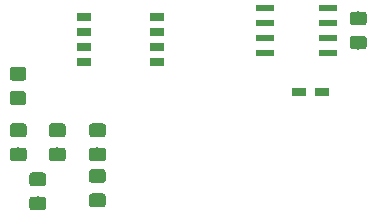
<source format=gbr>
G04 #@! TF.GenerationSoftware,KiCad,Pcbnew,(5.1.4)-1*
G04 #@! TF.CreationDate,2019-12-11T21:25:01-08:00*
G04 #@! TF.ProjectId,NANO IO,4e414e4f-2049-44f2-9e6b-696361645f70,-*
G04 #@! TF.SameCoordinates,Original*
G04 #@! TF.FileFunction,Paste,Top*
G04 #@! TF.FilePolarity,Positive*
%FSLAX46Y46*%
G04 Gerber Fmt 4.6, Leading zero omitted, Abs format (unit mm)*
G04 Created by KiCad (PCBNEW (5.1.4)-1) date 2019-12-11 21:25:01*
%MOMM*%
%LPD*%
G04 APERTURE LIST*
%ADD10R,1.200000X0.750000*%
%ADD11R,1.550000X0.600000*%
%ADD12R,1.250000X0.760000*%
%ADD13C,0.100000*%
%ADD14C,1.150000*%
G04 APERTURE END LIST*
D10*
X156271000Y-79502000D03*
X154371000Y-79502000D03*
D11*
X151445000Y-72390000D03*
X151445000Y-73660000D03*
X151445000Y-74930000D03*
X151445000Y-76200000D03*
X156845000Y-76200000D03*
X156845000Y-74930000D03*
X156845000Y-73660000D03*
X156845000Y-72390000D03*
D12*
X136149000Y-73152000D03*
X142299000Y-76962000D03*
X136149000Y-74422000D03*
X142299000Y-75692000D03*
X136149000Y-75692000D03*
X142299000Y-74422000D03*
X136149000Y-76962000D03*
X142299000Y-73152000D03*
D13*
G36*
X159859505Y-72696204D02*
G01*
X159883773Y-72699804D01*
X159907572Y-72705765D01*
X159930671Y-72714030D01*
X159952850Y-72724520D01*
X159973893Y-72737132D01*
X159993599Y-72751747D01*
X160011777Y-72768223D01*
X160028253Y-72786401D01*
X160042868Y-72806107D01*
X160055480Y-72827150D01*
X160065970Y-72849329D01*
X160074235Y-72872428D01*
X160080196Y-72896227D01*
X160083796Y-72920495D01*
X160085000Y-72944999D01*
X160085000Y-73595001D01*
X160083796Y-73619505D01*
X160080196Y-73643773D01*
X160074235Y-73667572D01*
X160065970Y-73690671D01*
X160055480Y-73712850D01*
X160042868Y-73733893D01*
X160028253Y-73753599D01*
X160011777Y-73771777D01*
X159993599Y-73788253D01*
X159973893Y-73802868D01*
X159952850Y-73815480D01*
X159930671Y-73825970D01*
X159907572Y-73834235D01*
X159883773Y-73840196D01*
X159859505Y-73843796D01*
X159835001Y-73845000D01*
X158934999Y-73845000D01*
X158910495Y-73843796D01*
X158886227Y-73840196D01*
X158862428Y-73834235D01*
X158839329Y-73825970D01*
X158817150Y-73815480D01*
X158796107Y-73802868D01*
X158776401Y-73788253D01*
X158758223Y-73771777D01*
X158741747Y-73753599D01*
X158727132Y-73733893D01*
X158714520Y-73712850D01*
X158704030Y-73690671D01*
X158695765Y-73667572D01*
X158689804Y-73643773D01*
X158686204Y-73619505D01*
X158685000Y-73595001D01*
X158685000Y-72944999D01*
X158686204Y-72920495D01*
X158689804Y-72896227D01*
X158695765Y-72872428D01*
X158704030Y-72849329D01*
X158714520Y-72827150D01*
X158727132Y-72806107D01*
X158741747Y-72786401D01*
X158758223Y-72768223D01*
X158776401Y-72751747D01*
X158796107Y-72737132D01*
X158817150Y-72724520D01*
X158839329Y-72714030D01*
X158862428Y-72705765D01*
X158886227Y-72699804D01*
X158910495Y-72696204D01*
X158934999Y-72695000D01*
X159835001Y-72695000D01*
X159859505Y-72696204D01*
X159859505Y-72696204D01*
G37*
D14*
X159385000Y-73270000D03*
D13*
G36*
X159859505Y-74746204D02*
G01*
X159883773Y-74749804D01*
X159907572Y-74755765D01*
X159930671Y-74764030D01*
X159952850Y-74774520D01*
X159973893Y-74787132D01*
X159993599Y-74801747D01*
X160011777Y-74818223D01*
X160028253Y-74836401D01*
X160042868Y-74856107D01*
X160055480Y-74877150D01*
X160065970Y-74899329D01*
X160074235Y-74922428D01*
X160080196Y-74946227D01*
X160083796Y-74970495D01*
X160085000Y-74994999D01*
X160085000Y-75645001D01*
X160083796Y-75669505D01*
X160080196Y-75693773D01*
X160074235Y-75717572D01*
X160065970Y-75740671D01*
X160055480Y-75762850D01*
X160042868Y-75783893D01*
X160028253Y-75803599D01*
X160011777Y-75821777D01*
X159993599Y-75838253D01*
X159973893Y-75852868D01*
X159952850Y-75865480D01*
X159930671Y-75875970D01*
X159907572Y-75884235D01*
X159883773Y-75890196D01*
X159859505Y-75893796D01*
X159835001Y-75895000D01*
X158934999Y-75895000D01*
X158910495Y-75893796D01*
X158886227Y-75890196D01*
X158862428Y-75884235D01*
X158839329Y-75875970D01*
X158817150Y-75865480D01*
X158796107Y-75852868D01*
X158776401Y-75838253D01*
X158758223Y-75821777D01*
X158741747Y-75803599D01*
X158727132Y-75783893D01*
X158714520Y-75762850D01*
X158704030Y-75740671D01*
X158695765Y-75717572D01*
X158689804Y-75693773D01*
X158686204Y-75669505D01*
X158685000Y-75645001D01*
X158685000Y-74994999D01*
X158686204Y-74970495D01*
X158689804Y-74946227D01*
X158695765Y-74922428D01*
X158704030Y-74899329D01*
X158714520Y-74877150D01*
X158727132Y-74856107D01*
X158741747Y-74836401D01*
X158758223Y-74818223D01*
X158776401Y-74801747D01*
X158796107Y-74787132D01*
X158817150Y-74774520D01*
X158839329Y-74764030D01*
X158862428Y-74755765D01*
X158886227Y-74749804D01*
X158910495Y-74746204D01*
X158934999Y-74745000D01*
X159835001Y-74745000D01*
X159859505Y-74746204D01*
X159859505Y-74746204D01*
G37*
D14*
X159385000Y-75320000D03*
D13*
G36*
X131074505Y-84211204D02*
G01*
X131098773Y-84214804D01*
X131122572Y-84220765D01*
X131145671Y-84229030D01*
X131167850Y-84239520D01*
X131188893Y-84252132D01*
X131208599Y-84266747D01*
X131226777Y-84283223D01*
X131243253Y-84301401D01*
X131257868Y-84321107D01*
X131270480Y-84342150D01*
X131280970Y-84364329D01*
X131289235Y-84387428D01*
X131295196Y-84411227D01*
X131298796Y-84435495D01*
X131300000Y-84459999D01*
X131300000Y-85110001D01*
X131298796Y-85134505D01*
X131295196Y-85158773D01*
X131289235Y-85182572D01*
X131280970Y-85205671D01*
X131270480Y-85227850D01*
X131257868Y-85248893D01*
X131243253Y-85268599D01*
X131226777Y-85286777D01*
X131208599Y-85303253D01*
X131188893Y-85317868D01*
X131167850Y-85330480D01*
X131145671Y-85340970D01*
X131122572Y-85349235D01*
X131098773Y-85355196D01*
X131074505Y-85358796D01*
X131050001Y-85360000D01*
X130149999Y-85360000D01*
X130125495Y-85358796D01*
X130101227Y-85355196D01*
X130077428Y-85349235D01*
X130054329Y-85340970D01*
X130032150Y-85330480D01*
X130011107Y-85317868D01*
X129991401Y-85303253D01*
X129973223Y-85286777D01*
X129956747Y-85268599D01*
X129942132Y-85248893D01*
X129929520Y-85227850D01*
X129919030Y-85205671D01*
X129910765Y-85182572D01*
X129904804Y-85158773D01*
X129901204Y-85134505D01*
X129900000Y-85110001D01*
X129900000Y-84459999D01*
X129901204Y-84435495D01*
X129904804Y-84411227D01*
X129910765Y-84387428D01*
X129919030Y-84364329D01*
X129929520Y-84342150D01*
X129942132Y-84321107D01*
X129956747Y-84301401D01*
X129973223Y-84283223D01*
X129991401Y-84266747D01*
X130011107Y-84252132D01*
X130032150Y-84239520D01*
X130054329Y-84229030D01*
X130077428Y-84220765D01*
X130101227Y-84214804D01*
X130125495Y-84211204D01*
X130149999Y-84210000D01*
X131050001Y-84210000D01*
X131074505Y-84211204D01*
X131074505Y-84211204D01*
G37*
D14*
X130600000Y-84785000D03*
D13*
G36*
X131074505Y-82161204D02*
G01*
X131098773Y-82164804D01*
X131122572Y-82170765D01*
X131145671Y-82179030D01*
X131167850Y-82189520D01*
X131188893Y-82202132D01*
X131208599Y-82216747D01*
X131226777Y-82233223D01*
X131243253Y-82251401D01*
X131257868Y-82271107D01*
X131270480Y-82292150D01*
X131280970Y-82314329D01*
X131289235Y-82337428D01*
X131295196Y-82361227D01*
X131298796Y-82385495D01*
X131300000Y-82409999D01*
X131300000Y-83060001D01*
X131298796Y-83084505D01*
X131295196Y-83108773D01*
X131289235Y-83132572D01*
X131280970Y-83155671D01*
X131270480Y-83177850D01*
X131257868Y-83198893D01*
X131243253Y-83218599D01*
X131226777Y-83236777D01*
X131208599Y-83253253D01*
X131188893Y-83267868D01*
X131167850Y-83280480D01*
X131145671Y-83290970D01*
X131122572Y-83299235D01*
X131098773Y-83305196D01*
X131074505Y-83308796D01*
X131050001Y-83310000D01*
X130149999Y-83310000D01*
X130125495Y-83308796D01*
X130101227Y-83305196D01*
X130077428Y-83299235D01*
X130054329Y-83290970D01*
X130032150Y-83280480D01*
X130011107Y-83267868D01*
X129991401Y-83253253D01*
X129973223Y-83236777D01*
X129956747Y-83218599D01*
X129942132Y-83198893D01*
X129929520Y-83177850D01*
X129919030Y-83155671D01*
X129910765Y-83132572D01*
X129904804Y-83108773D01*
X129901204Y-83084505D01*
X129900000Y-83060001D01*
X129900000Y-82409999D01*
X129901204Y-82385495D01*
X129904804Y-82361227D01*
X129910765Y-82337428D01*
X129919030Y-82314329D01*
X129929520Y-82292150D01*
X129942132Y-82271107D01*
X129956747Y-82251401D01*
X129973223Y-82233223D01*
X129991401Y-82216747D01*
X130011107Y-82202132D01*
X130032150Y-82189520D01*
X130054329Y-82179030D01*
X130077428Y-82170765D01*
X130101227Y-82164804D01*
X130125495Y-82161204D01*
X130149999Y-82160000D01*
X131050001Y-82160000D01*
X131074505Y-82161204D01*
X131074505Y-82161204D01*
G37*
D14*
X130600000Y-82735000D03*
D13*
G36*
X134374505Y-82161204D02*
G01*
X134398773Y-82164804D01*
X134422572Y-82170765D01*
X134445671Y-82179030D01*
X134467850Y-82189520D01*
X134488893Y-82202132D01*
X134508599Y-82216747D01*
X134526777Y-82233223D01*
X134543253Y-82251401D01*
X134557868Y-82271107D01*
X134570480Y-82292150D01*
X134580970Y-82314329D01*
X134589235Y-82337428D01*
X134595196Y-82361227D01*
X134598796Y-82385495D01*
X134600000Y-82409999D01*
X134600000Y-83060001D01*
X134598796Y-83084505D01*
X134595196Y-83108773D01*
X134589235Y-83132572D01*
X134580970Y-83155671D01*
X134570480Y-83177850D01*
X134557868Y-83198893D01*
X134543253Y-83218599D01*
X134526777Y-83236777D01*
X134508599Y-83253253D01*
X134488893Y-83267868D01*
X134467850Y-83280480D01*
X134445671Y-83290970D01*
X134422572Y-83299235D01*
X134398773Y-83305196D01*
X134374505Y-83308796D01*
X134350001Y-83310000D01*
X133449999Y-83310000D01*
X133425495Y-83308796D01*
X133401227Y-83305196D01*
X133377428Y-83299235D01*
X133354329Y-83290970D01*
X133332150Y-83280480D01*
X133311107Y-83267868D01*
X133291401Y-83253253D01*
X133273223Y-83236777D01*
X133256747Y-83218599D01*
X133242132Y-83198893D01*
X133229520Y-83177850D01*
X133219030Y-83155671D01*
X133210765Y-83132572D01*
X133204804Y-83108773D01*
X133201204Y-83084505D01*
X133200000Y-83060001D01*
X133200000Y-82409999D01*
X133201204Y-82385495D01*
X133204804Y-82361227D01*
X133210765Y-82337428D01*
X133219030Y-82314329D01*
X133229520Y-82292150D01*
X133242132Y-82271107D01*
X133256747Y-82251401D01*
X133273223Y-82233223D01*
X133291401Y-82216747D01*
X133311107Y-82202132D01*
X133332150Y-82189520D01*
X133354329Y-82179030D01*
X133377428Y-82170765D01*
X133401227Y-82164804D01*
X133425495Y-82161204D01*
X133449999Y-82160000D01*
X134350001Y-82160000D01*
X134374505Y-82161204D01*
X134374505Y-82161204D01*
G37*
D14*
X133900000Y-82735000D03*
D13*
G36*
X134374505Y-84211204D02*
G01*
X134398773Y-84214804D01*
X134422572Y-84220765D01*
X134445671Y-84229030D01*
X134467850Y-84239520D01*
X134488893Y-84252132D01*
X134508599Y-84266747D01*
X134526777Y-84283223D01*
X134543253Y-84301401D01*
X134557868Y-84321107D01*
X134570480Y-84342150D01*
X134580970Y-84364329D01*
X134589235Y-84387428D01*
X134595196Y-84411227D01*
X134598796Y-84435495D01*
X134600000Y-84459999D01*
X134600000Y-85110001D01*
X134598796Y-85134505D01*
X134595196Y-85158773D01*
X134589235Y-85182572D01*
X134580970Y-85205671D01*
X134570480Y-85227850D01*
X134557868Y-85248893D01*
X134543253Y-85268599D01*
X134526777Y-85286777D01*
X134508599Y-85303253D01*
X134488893Y-85317868D01*
X134467850Y-85330480D01*
X134445671Y-85340970D01*
X134422572Y-85349235D01*
X134398773Y-85355196D01*
X134374505Y-85358796D01*
X134350001Y-85360000D01*
X133449999Y-85360000D01*
X133425495Y-85358796D01*
X133401227Y-85355196D01*
X133377428Y-85349235D01*
X133354329Y-85340970D01*
X133332150Y-85330480D01*
X133311107Y-85317868D01*
X133291401Y-85303253D01*
X133273223Y-85286777D01*
X133256747Y-85268599D01*
X133242132Y-85248893D01*
X133229520Y-85227850D01*
X133219030Y-85205671D01*
X133210765Y-85182572D01*
X133204804Y-85158773D01*
X133201204Y-85134505D01*
X133200000Y-85110001D01*
X133200000Y-84459999D01*
X133201204Y-84435495D01*
X133204804Y-84411227D01*
X133210765Y-84387428D01*
X133219030Y-84364329D01*
X133229520Y-84342150D01*
X133242132Y-84321107D01*
X133256747Y-84301401D01*
X133273223Y-84283223D01*
X133291401Y-84266747D01*
X133311107Y-84252132D01*
X133332150Y-84239520D01*
X133354329Y-84229030D01*
X133377428Y-84220765D01*
X133401227Y-84214804D01*
X133425495Y-84211204D01*
X133449999Y-84210000D01*
X134350001Y-84210000D01*
X134374505Y-84211204D01*
X134374505Y-84211204D01*
G37*
D14*
X133900000Y-84785000D03*
D13*
G36*
X137774505Y-84211204D02*
G01*
X137798773Y-84214804D01*
X137822572Y-84220765D01*
X137845671Y-84229030D01*
X137867850Y-84239520D01*
X137888893Y-84252132D01*
X137908599Y-84266747D01*
X137926777Y-84283223D01*
X137943253Y-84301401D01*
X137957868Y-84321107D01*
X137970480Y-84342150D01*
X137980970Y-84364329D01*
X137989235Y-84387428D01*
X137995196Y-84411227D01*
X137998796Y-84435495D01*
X138000000Y-84459999D01*
X138000000Y-85110001D01*
X137998796Y-85134505D01*
X137995196Y-85158773D01*
X137989235Y-85182572D01*
X137980970Y-85205671D01*
X137970480Y-85227850D01*
X137957868Y-85248893D01*
X137943253Y-85268599D01*
X137926777Y-85286777D01*
X137908599Y-85303253D01*
X137888893Y-85317868D01*
X137867850Y-85330480D01*
X137845671Y-85340970D01*
X137822572Y-85349235D01*
X137798773Y-85355196D01*
X137774505Y-85358796D01*
X137750001Y-85360000D01*
X136849999Y-85360000D01*
X136825495Y-85358796D01*
X136801227Y-85355196D01*
X136777428Y-85349235D01*
X136754329Y-85340970D01*
X136732150Y-85330480D01*
X136711107Y-85317868D01*
X136691401Y-85303253D01*
X136673223Y-85286777D01*
X136656747Y-85268599D01*
X136642132Y-85248893D01*
X136629520Y-85227850D01*
X136619030Y-85205671D01*
X136610765Y-85182572D01*
X136604804Y-85158773D01*
X136601204Y-85134505D01*
X136600000Y-85110001D01*
X136600000Y-84459999D01*
X136601204Y-84435495D01*
X136604804Y-84411227D01*
X136610765Y-84387428D01*
X136619030Y-84364329D01*
X136629520Y-84342150D01*
X136642132Y-84321107D01*
X136656747Y-84301401D01*
X136673223Y-84283223D01*
X136691401Y-84266747D01*
X136711107Y-84252132D01*
X136732150Y-84239520D01*
X136754329Y-84229030D01*
X136777428Y-84220765D01*
X136801227Y-84214804D01*
X136825495Y-84211204D01*
X136849999Y-84210000D01*
X137750001Y-84210000D01*
X137774505Y-84211204D01*
X137774505Y-84211204D01*
G37*
D14*
X137300000Y-84785000D03*
D13*
G36*
X137774505Y-82161204D02*
G01*
X137798773Y-82164804D01*
X137822572Y-82170765D01*
X137845671Y-82179030D01*
X137867850Y-82189520D01*
X137888893Y-82202132D01*
X137908599Y-82216747D01*
X137926777Y-82233223D01*
X137943253Y-82251401D01*
X137957868Y-82271107D01*
X137970480Y-82292150D01*
X137980970Y-82314329D01*
X137989235Y-82337428D01*
X137995196Y-82361227D01*
X137998796Y-82385495D01*
X138000000Y-82409999D01*
X138000000Y-83060001D01*
X137998796Y-83084505D01*
X137995196Y-83108773D01*
X137989235Y-83132572D01*
X137980970Y-83155671D01*
X137970480Y-83177850D01*
X137957868Y-83198893D01*
X137943253Y-83218599D01*
X137926777Y-83236777D01*
X137908599Y-83253253D01*
X137888893Y-83267868D01*
X137867850Y-83280480D01*
X137845671Y-83290970D01*
X137822572Y-83299235D01*
X137798773Y-83305196D01*
X137774505Y-83308796D01*
X137750001Y-83310000D01*
X136849999Y-83310000D01*
X136825495Y-83308796D01*
X136801227Y-83305196D01*
X136777428Y-83299235D01*
X136754329Y-83290970D01*
X136732150Y-83280480D01*
X136711107Y-83267868D01*
X136691401Y-83253253D01*
X136673223Y-83236777D01*
X136656747Y-83218599D01*
X136642132Y-83198893D01*
X136629520Y-83177850D01*
X136619030Y-83155671D01*
X136610765Y-83132572D01*
X136604804Y-83108773D01*
X136601204Y-83084505D01*
X136600000Y-83060001D01*
X136600000Y-82409999D01*
X136601204Y-82385495D01*
X136604804Y-82361227D01*
X136610765Y-82337428D01*
X136619030Y-82314329D01*
X136629520Y-82292150D01*
X136642132Y-82271107D01*
X136656747Y-82251401D01*
X136673223Y-82233223D01*
X136691401Y-82216747D01*
X136711107Y-82202132D01*
X136732150Y-82189520D01*
X136754329Y-82179030D01*
X136777428Y-82170765D01*
X136801227Y-82164804D01*
X136825495Y-82161204D01*
X136849999Y-82160000D01*
X137750001Y-82160000D01*
X137774505Y-82161204D01*
X137774505Y-82161204D01*
G37*
D14*
X137300000Y-82735000D03*
D13*
G36*
X131030505Y-77386204D02*
G01*
X131054773Y-77389804D01*
X131078572Y-77395765D01*
X131101671Y-77404030D01*
X131123850Y-77414520D01*
X131144893Y-77427132D01*
X131164599Y-77441747D01*
X131182777Y-77458223D01*
X131199253Y-77476401D01*
X131213868Y-77496107D01*
X131226480Y-77517150D01*
X131236970Y-77539329D01*
X131245235Y-77562428D01*
X131251196Y-77586227D01*
X131254796Y-77610495D01*
X131256000Y-77634999D01*
X131256000Y-78285001D01*
X131254796Y-78309505D01*
X131251196Y-78333773D01*
X131245235Y-78357572D01*
X131236970Y-78380671D01*
X131226480Y-78402850D01*
X131213868Y-78423893D01*
X131199253Y-78443599D01*
X131182777Y-78461777D01*
X131164599Y-78478253D01*
X131144893Y-78492868D01*
X131123850Y-78505480D01*
X131101671Y-78515970D01*
X131078572Y-78524235D01*
X131054773Y-78530196D01*
X131030505Y-78533796D01*
X131006001Y-78535000D01*
X130105999Y-78535000D01*
X130081495Y-78533796D01*
X130057227Y-78530196D01*
X130033428Y-78524235D01*
X130010329Y-78515970D01*
X129988150Y-78505480D01*
X129967107Y-78492868D01*
X129947401Y-78478253D01*
X129929223Y-78461777D01*
X129912747Y-78443599D01*
X129898132Y-78423893D01*
X129885520Y-78402850D01*
X129875030Y-78380671D01*
X129866765Y-78357572D01*
X129860804Y-78333773D01*
X129857204Y-78309505D01*
X129856000Y-78285001D01*
X129856000Y-77634999D01*
X129857204Y-77610495D01*
X129860804Y-77586227D01*
X129866765Y-77562428D01*
X129875030Y-77539329D01*
X129885520Y-77517150D01*
X129898132Y-77496107D01*
X129912747Y-77476401D01*
X129929223Y-77458223D01*
X129947401Y-77441747D01*
X129967107Y-77427132D01*
X129988150Y-77414520D01*
X130010329Y-77404030D01*
X130033428Y-77395765D01*
X130057227Y-77389804D01*
X130081495Y-77386204D01*
X130105999Y-77385000D01*
X131006001Y-77385000D01*
X131030505Y-77386204D01*
X131030505Y-77386204D01*
G37*
D14*
X130556000Y-77960000D03*
D13*
G36*
X131030505Y-79436204D02*
G01*
X131054773Y-79439804D01*
X131078572Y-79445765D01*
X131101671Y-79454030D01*
X131123850Y-79464520D01*
X131144893Y-79477132D01*
X131164599Y-79491747D01*
X131182777Y-79508223D01*
X131199253Y-79526401D01*
X131213868Y-79546107D01*
X131226480Y-79567150D01*
X131236970Y-79589329D01*
X131245235Y-79612428D01*
X131251196Y-79636227D01*
X131254796Y-79660495D01*
X131256000Y-79684999D01*
X131256000Y-80335001D01*
X131254796Y-80359505D01*
X131251196Y-80383773D01*
X131245235Y-80407572D01*
X131236970Y-80430671D01*
X131226480Y-80452850D01*
X131213868Y-80473893D01*
X131199253Y-80493599D01*
X131182777Y-80511777D01*
X131164599Y-80528253D01*
X131144893Y-80542868D01*
X131123850Y-80555480D01*
X131101671Y-80565970D01*
X131078572Y-80574235D01*
X131054773Y-80580196D01*
X131030505Y-80583796D01*
X131006001Y-80585000D01*
X130105999Y-80585000D01*
X130081495Y-80583796D01*
X130057227Y-80580196D01*
X130033428Y-80574235D01*
X130010329Y-80565970D01*
X129988150Y-80555480D01*
X129967107Y-80542868D01*
X129947401Y-80528253D01*
X129929223Y-80511777D01*
X129912747Y-80493599D01*
X129898132Y-80473893D01*
X129885520Y-80452850D01*
X129875030Y-80430671D01*
X129866765Y-80407572D01*
X129860804Y-80383773D01*
X129857204Y-80359505D01*
X129856000Y-80335001D01*
X129856000Y-79684999D01*
X129857204Y-79660495D01*
X129860804Y-79636227D01*
X129866765Y-79612428D01*
X129875030Y-79589329D01*
X129885520Y-79567150D01*
X129898132Y-79546107D01*
X129912747Y-79526401D01*
X129929223Y-79508223D01*
X129947401Y-79491747D01*
X129967107Y-79477132D01*
X129988150Y-79464520D01*
X130010329Y-79454030D01*
X130033428Y-79445765D01*
X130057227Y-79439804D01*
X130081495Y-79436204D01*
X130105999Y-79435000D01*
X131006001Y-79435000D01*
X131030505Y-79436204D01*
X131030505Y-79436204D01*
G37*
D14*
X130556000Y-80010000D03*
D13*
G36*
X132706905Y-86310604D02*
G01*
X132731173Y-86314204D01*
X132754972Y-86320165D01*
X132778071Y-86328430D01*
X132800250Y-86338920D01*
X132821293Y-86351532D01*
X132840999Y-86366147D01*
X132859177Y-86382623D01*
X132875653Y-86400801D01*
X132890268Y-86420507D01*
X132902880Y-86441550D01*
X132913370Y-86463729D01*
X132921635Y-86486828D01*
X132927596Y-86510627D01*
X132931196Y-86534895D01*
X132932400Y-86559399D01*
X132932400Y-87209401D01*
X132931196Y-87233905D01*
X132927596Y-87258173D01*
X132921635Y-87281972D01*
X132913370Y-87305071D01*
X132902880Y-87327250D01*
X132890268Y-87348293D01*
X132875653Y-87367999D01*
X132859177Y-87386177D01*
X132840999Y-87402653D01*
X132821293Y-87417268D01*
X132800250Y-87429880D01*
X132778071Y-87440370D01*
X132754972Y-87448635D01*
X132731173Y-87454596D01*
X132706905Y-87458196D01*
X132682401Y-87459400D01*
X131782399Y-87459400D01*
X131757895Y-87458196D01*
X131733627Y-87454596D01*
X131709828Y-87448635D01*
X131686729Y-87440370D01*
X131664550Y-87429880D01*
X131643507Y-87417268D01*
X131623801Y-87402653D01*
X131605623Y-87386177D01*
X131589147Y-87367999D01*
X131574532Y-87348293D01*
X131561920Y-87327250D01*
X131551430Y-87305071D01*
X131543165Y-87281972D01*
X131537204Y-87258173D01*
X131533604Y-87233905D01*
X131532400Y-87209401D01*
X131532400Y-86559399D01*
X131533604Y-86534895D01*
X131537204Y-86510627D01*
X131543165Y-86486828D01*
X131551430Y-86463729D01*
X131561920Y-86441550D01*
X131574532Y-86420507D01*
X131589147Y-86400801D01*
X131605623Y-86382623D01*
X131623801Y-86366147D01*
X131643507Y-86351532D01*
X131664550Y-86338920D01*
X131686729Y-86328430D01*
X131709828Y-86320165D01*
X131733627Y-86314204D01*
X131757895Y-86310604D01*
X131782399Y-86309400D01*
X132682401Y-86309400D01*
X132706905Y-86310604D01*
X132706905Y-86310604D01*
G37*
D14*
X132232400Y-86884400D03*
D13*
G36*
X132706905Y-88360604D02*
G01*
X132731173Y-88364204D01*
X132754972Y-88370165D01*
X132778071Y-88378430D01*
X132800250Y-88388920D01*
X132821293Y-88401532D01*
X132840999Y-88416147D01*
X132859177Y-88432623D01*
X132875653Y-88450801D01*
X132890268Y-88470507D01*
X132902880Y-88491550D01*
X132913370Y-88513729D01*
X132921635Y-88536828D01*
X132927596Y-88560627D01*
X132931196Y-88584895D01*
X132932400Y-88609399D01*
X132932400Y-89259401D01*
X132931196Y-89283905D01*
X132927596Y-89308173D01*
X132921635Y-89331972D01*
X132913370Y-89355071D01*
X132902880Y-89377250D01*
X132890268Y-89398293D01*
X132875653Y-89417999D01*
X132859177Y-89436177D01*
X132840999Y-89452653D01*
X132821293Y-89467268D01*
X132800250Y-89479880D01*
X132778071Y-89490370D01*
X132754972Y-89498635D01*
X132731173Y-89504596D01*
X132706905Y-89508196D01*
X132682401Y-89509400D01*
X131782399Y-89509400D01*
X131757895Y-89508196D01*
X131733627Y-89504596D01*
X131709828Y-89498635D01*
X131686729Y-89490370D01*
X131664550Y-89479880D01*
X131643507Y-89467268D01*
X131623801Y-89452653D01*
X131605623Y-89436177D01*
X131589147Y-89417999D01*
X131574532Y-89398293D01*
X131561920Y-89377250D01*
X131551430Y-89355071D01*
X131543165Y-89331972D01*
X131537204Y-89308173D01*
X131533604Y-89283905D01*
X131532400Y-89259401D01*
X131532400Y-88609399D01*
X131533604Y-88584895D01*
X131537204Y-88560627D01*
X131543165Y-88536828D01*
X131551430Y-88513729D01*
X131561920Y-88491550D01*
X131574532Y-88470507D01*
X131589147Y-88450801D01*
X131605623Y-88432623D01*
X131623801Y-88416147D01*
X131643507Y-88401532D01*
X131664550Y-88388920D01*
X131686729Y-88378430D01*
X131709828Y-88370165D01*
X131733627Y-88364204D01*
X131757895Y-88360604D01*
X131782399Y-88359400D01*
X132682401Y-88359400D01*
X132706905Y-88360604D01*
X132706905Y-88360604D01*
G37*
D14*
X132232400Y-88934400D03*
D13*
G36*
X137761505Y-88090204D02*
G01*
X137785773Y-88093804D01*
X137809572Y-88099765D01*
X137832671Y-88108030D01*
X137854850Y-88118520D01*
X137875893Y-88131132D01*
X137895599Y-88145747D01*
X137913777Y-88162223D01*
X137930253Y-88180401D01*
X137944868Y-88200107D01*
X137957480Y-88221150D01*
X137967970Y-88243329D01*
X137976235Y-88266428D01*
X137982196Y-88290227D01*
X137985796Y-88314495D01*
X137987000Y-88338999D01*
X137987000Y-88989001D01*
X137985796Y-89013505D01*
X137982196Y-89037773D01*
X137976235Y-89061572D01*
X137967970Y-89084671D01*
X137957480Y-89106850D01*
X137944868Y-89127893D01*
X137930253Y-89147599D01*
X137913777Y-89165777D01*
X137895599Y-89182253D01*
X137875893Y-89196868D01*
X137854850Y-89209480D01*
X137832671Y-89219970D01*
X137809572Y-89228235D01*
X137785773Y-89234196D01*
X137761505Y-89237796D01*
X137737001Y-89239000D01*
X136836999Y-89239000D01*
X136812495Y-89237796D01*
X136788227Y-89234196D01*
X136764428Y-89228235D01*
X136741329Y-89219970D01*
X136719150Y-89209480D01*
X136698107Y-89196868D01*
X136678401Y-89182253D01*
X136660223Y-89165777D01*
X136643747Y-89147599D01*
X136629132Y-89127893D01*
X136616520Y-89106850D01*
X136606030Y-89084671D01*
X136597765Y-89061572D01*
X136591804Y-89037773D01*
X136588204Y-89013505D01*
X136587000Y-88989001D01*
X136587000Y-88338999D01*
X136588204Y-88314495D01*
X136591804Y-88290227D01*
X136597765Y-88266428D01*
X136606030Y-88243329D01*
X136616520Y-88221150D01*
X136629132Y-88200107D01*
X136643747Y-88180401D01*
X136660223Y-88162223D01*
X136678401Y-88145747D01*
X136698107Y-88131132D01*
X136719150Y-88118520D01*
X136741329Y-88108030D01*
X136764428Y-88099765D01*
X136788227Y-88093804D01*
X136812495Y-88090204D01*
X136836999Y-88089000D01*
X137737001Y-88089000D01*
X137761505Y-88090204D01*
X137761505Y-88090204D01*
G37*
D14*
X137287000Y-88664000D03*
D13*
G36*
X137761505Y-86040204D02*
G01*
X137785773Y-86043804D01*
X137809572Y-86049765D01*
X137832671Y-86058030D01*
X137854850Y-86068520D01*
X137875893Y-86081132D01*
X137895599Y-86095747D01*
X137913777Y-86112223D01*
X137930253Y-86130401D01*
X137944868Y-86150107D01*
X137957480Y-86171150D01*
X137967970Y-86193329D01*
X137976235Y-86216428D01*
X137982196Y-86240227D01*
X137985796Y-86264495D01*
X137987000Y-86288999D01*
X137987000Y-86939001D01*
X137985796Y-86963505D01*
X137982196Y-86987773D01*
X137976235Y-87011572D01*
X137967970Y-87034671D01*
X137957480Y-87056850D01*
X137944868Y-87077893D01*
X137930253Y-87097599D01*
X137913777Y-87115777D01*
X137895599Y-87132253D01*
X137875893Y-87146868D01*
X137854850Y-87159480D01*
X137832671Y-87169970D01*
X137809572Y-87178235D01*
X137785773Y-87184196D01*
X137761505Y-87187796D01*
X137737001Y-87189000D01*
X136836999Y-87189000D01*
X136812495Y-87187796D01*
X136788227Y-87184196D01*
X136764428Y-87178235D01*
X136741329Y-87169970D01*
X136719150Y-87159480D01*
X136698107Y-87146868D01*
X136678401Y-87132253D01*
X136660223Y-87115777D01*
X136643747Y-87097599D01*
X136629132Y-87077893D01*
X136616520Y-87056850D01*
X136606030Y-87034671D01*
X136597765Y-87011572D01*
X136591804Y-86987773D01*
X136588204Y-86963505D01*
X136587000Y-86939001D01*
X136587000Y-86288999D01*
X136588204Y-86264495D01*
X136591804Y-86240227D01*
X136597765Y-86216428D01*
X136606030Y-86193329D01*
X136616520Y-86171150D01*
X136629132Y-86150107D01*
X136643747Y-86130401D01*
X136660223Y-86112223D01*
X136678401Y-86095747D01*
X136698107Y-86081132D01*
X136719150Y-86068520D01*
X136741329Y-86058030D01*
X136764428Y-86049765D01*
X136788227Y-86043804D01*
X136812495Y-86040204D01*
X136836999Y-86039000D01*
X137737001Y-86039000D01*
X137761505Y-86040204D01*
X137761505Y-86040204D01*
G37*
D14*
X137287000Y-86614000D03*
M02*

</source>
